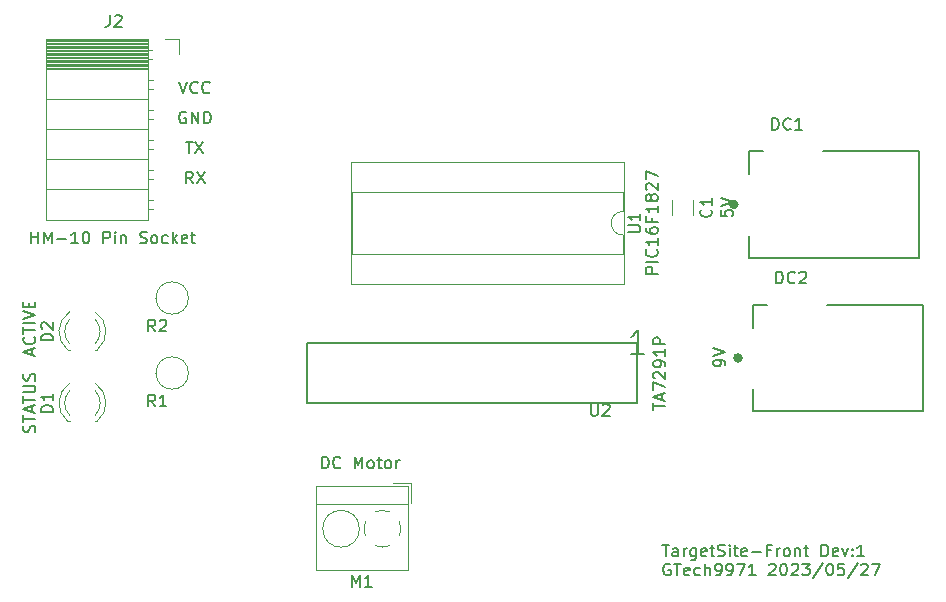
<source format=gto>
G04 #@! TF.GenerationSoftware,KiCad,Pcbnew,(6.0.11-0)*
G04 #@! TF.CreationDate,2023-05-27T08:55:42+09:00*
G04 #@! TF.ProjectId,TargetSite-Truck,54617267-6574-4536-9974-652d54727563,1*
G04 #@! TF.SameCoordinates,Original*
G04 #@! TF.FileFunction,Legend,Top*
G04 #@! TF.FilePolarity,Positive*
%FSLAX46Y46*%
G04 Gerber Fmt 4.6, Leading zero omitted, Abs format (unit mm)*
G04 Created by KiCad (PCBNEW (6.0.11-0)) date 2023-05-27 08:55:42*
%MOMM*%
%LPD*%
G01*
G04 APERTURE LIST*
%ADD10C,0.150000*%
%ADD11C,0.120000*%
%ADD12C,0.127000*%
%ADD13C,0.400000*%
G04 APERTURE END LIST*
D10*
X145708333Y-94892380D02*
X145375000Y-94416190D01*
X145136904Y-94892380D02*
X145136904Y-93892380D01*
X145517857Y-93892380D01*
X145613095Y-93940000D01*
X145660714Y-93987619D01*
X145708333Y-94082857D01*
X145708333Y-94225714D01*
X145660714Y-94320952D01*
X145613095Y-94368571D01*
X145517857Y-94416190D01*
X145136904Y-94416190D01*
X146041666Y-93892380D02*
X146708333Y-94892380D01*
X146708333Y-93892380D02*
X146041666Y-94892380D01*
X190777380Y-110299047D02*
X190777380Y-110108571D01*
X190729761Y-110013333D01*
X190682142Y-109965714D01*
X190539285Y-109870476D01*
X190348809Y-109822857D01*
X189967857Y-109822857D01*
X189872619Y-109870476D01*
X189825000Y-109918095D01*
X189777380Y-110013333D01*
X189777380Y-110203809D01*
X189825000Y-110299047D01*
X189872619Y-110346666D01*
X189967857Y-110394285D01*
X190205952Y-110394285D01*
X190301190Y-110346666D01*
X190348809Y-110299047D01*
X190396428Y-110203809D01*
X190396428Y-110013333D01*
X190348809Y-109918095D01*
X190301190Y-109870476D01*
X190205952Y-109822857D01*
X189777380Y-109537142D02*
X190777380Y-109203809D01*
X189777380Y-108870476D01*
X145113095Y-88860000D02*
X145017857Y-88812380D01*
X144875000Y-88812380D01*
X144732142Y-88860000D01*
X144636904Y-88955238D01*
X144589285Y-89050476D01*
X144541666Y-89240952D01*
X144541666Y-89383809D01*
X144589285Y-89574285D01*
X144636904Y-89669523D01*
X144732142Y-89764761D01*
X144875000Y-89812380D01*
X144970238Y-89812380D01*
X145113095Y-89764761D01*
X145160714Y-89717142D01*
X145160714Y-89383809D01*
X144970238Y-89383809D01*
X145589285Y-89812380D02*
X145589285Y-88812380D01*
X146160714Y-89812380D01*
X146160714Y-88812380D01*
X146636904Y-89812380D02*
X146636904Y-88812380D01*
X146875000Y-88812380D01*
X147017857Y-88860000D01*
X147113095Y-88955238D01*
X147160714Y-89050476D01*
X147208333Y-89240952D01*
X147208333Y-89383809D01*
X147160714Y-89574285D01*
X147113095Y-89669523D01*
X147017857Y-89764761D01*
X146875000Y-89812380D01*
X146636904Y-89812380D01*
X185062380Y-102535714D02*
X184062380Y-102535714D01*
X184062380Y-102154761D01*
X184110000Y-102059523D01*
X184157619Y-102011904D01*
X184252857Y-101964285D01*
X184395714Y-101964285D01*
X184490952Y-102011904D01*
X184538571Y-102059523D01*
X184586190Y-102154761D01*
X184586190Y-102535714D01*
X185062380Y-101535714D02*
X184062380Y-101535714D01*
X184967142Y-100488095D02*
X185014761Y-100535714D01*
X185062380Y-100678571D01*
X185062380Y-100773809D01*
X185014761Y-100916666D01*
X184919523Y-101011904D01*
X184824285Y-101059523D01*
X184633809Y-101107142D01*
X184490952Y-101107142D01*
X184300476Y-101059523D01*
X184205238Y-101011904D01*
X184110000Y-100916666D01*
X184062380Y-100773809D01*
X184062380Y-100678571D01*
X184110000Y-100535714D01*
X184157619Y-100488095D01*
X185062380Y-99535714D02*
X185062380Y-100107142D01*
X185062380Y-99821428D02*
X184062380Y-99821428D01*
X184205238Y-99916666D01*
X184300476Y-100011904D01*
X184348095Y-100107142D01*
X184062380Y-98678571D02*
X184062380Y-98869047D01*
X184110000Y-98964285D01*
X184157619Y-99011904D01*
X184300476Y-99107142D01*
X184490952Y-99154761D01*
X184871904Y-99154761D01*
X184967142Y-99107142D01*
X185014761Y-99059523D01*
X185062380Y-98964285D01*
X185062380Y-98773809D01*
X185014761Y-98678571D01*
X184967142Y-98630952D01*
X184871904Y-98583333D01*
X184633809Y-98583333D01*
X184538571Y-98630952D01*
X184490952Y-98678571D01*
X184443333Y-98773809D01*
X184443333Y-98964285D01*
X184490952Y-99059523D01*
X184538571Y-99107142D01*
X184633809Y-99154761D01*
X184538571Y-97821428D02*
X184538571Y-98154761D01*
X185062380Y-98154761D02*
X184062380Y-98154761D01*
X184062380Y-97678571D01*
X185062380Y-96773809D02*
X185062380Y-97345238D01*
X185062380Y-97059523D02*
X184062380Y-97059523D01*
X184205238Y-97154761D01*
X184300476Y-97250000D01*
X184348095Y-97345238D01*
X184490952Y-96202380D02*
X184443333Y-96297619D01*
X184395714Y-96345238D01*
X184300476Y-96392857D01*
X184252857Y-96392857D01*
X184157619Y-96345238D01*
X184110000Y-96297619D01*
X184062380Y-96202380D01*
X184062380Y-96011904D01*
X184110000Y-95916666D01*
X184157619Y-95869047D01*
X184252857Y-95821428D01*
X184300476Y-95821428D01*
X184395714Y-95869047D01*
X184443333Y-95916666D01*
X184490952Y-96011904D01*
X184490952Y-96202380D01*
X184538571Y-96297619D01*
X184586190Y-96345238D01*
X184681428Y-96392857D01*
X184871904Y-96392857D01*
X184967142Y-96345238D01*
X185014761Y-96297619D01*
X185062380Y-96202380D01*
X185062380Y-96011904D01*
X185014761Y-95916666D01*
X184967142Y-95869047D01*
X184871904Y-95821428D01*
X184681428Y-95821428D01*
X184586190Y-95869047D01*
X184538571Y-95916666D01*
X184490952Y-96011904D01*
X184157619Y-95440476D02*
X184110000Y-95392857D01*
X184062380Y-95297619D01*
X184062380Y-95059523D01*
X184110000Y-94964285D01*
X184157619Y-94916666D01*
X184252857Y-94869047D01*
X184348095Y-94869047D01*
X184490952Y-94916666D01*
X185062380Y-95488095D01*
X185062380Y-94869047D01*
X184062380Y-94535714D02*
X184062380Y-93869047D01*
X185062380Y-94297619D01*
X185437738Y-125472380D02*
X186009166Y-125472380D01*
X185723452Y-126472380D02*
X185723452Y-125472380D01*
X186771071Y-126472380D02*
X186771071Y-125948571D01*
X186723452Y-125853333D01*
X186628214Y-125805714D01*
X186437738Y-125805714D01*
X186342500Y-125853333D01*
X186771071Y-126424761D02*
X186675833Y-126472380D01*
X186437738Y-126472380D01*
X186342500Y-126424761D01*
X186294880Y-126329523D01*
X186294880Y-126234285D01*
X186342500Y-126139047D01*
X186437738Y-126091428D01*
X186675833Y-126091428D01*
X186771071Y-126043809D01*
X187247261Y-126472380D02*
X187247261Y-125805714D01*
X187247261Y-125996190D02*
X187294880Y-125900952D01*
X187342500Y-125853333D01*
X187437738Y-125805714D01*
X187532976Y-125805714D01*
X188294880Y-125805714D02*
X188294880Y-126615238D01*
X188247261Y-126710476D01*
X188199642Y-126758095D01*
X188104404Y-126805714D01*
X187961547Y-126805714D01*
X187866309Y-126758095D01*
X188294880Y-126424761D02*
X188199642Y-126472380D01*
X188009166Y-126472380D01*
X187913928Y-126424761D01*
X187866309Y-126377142D01*
X187818690Y-126281904D01*
X187818690Y-125996190D01*
X187866309Y-125900952D01*
X187913928Y-125853333D01*
X188009166Y-125805714D01*
X188199642Y-125805714D01*
X188294880Y-125853333D01*
X189152023Y-126424761D02*
X189056785Y-126472380D01*
X188866309Y-126472380D01*
X188771071Y-126424761D01*
X188723452Y-126329523D01*
X188723452Y-125948571D01*
X188771071Y-125853333D01*
X188866309Y-125805714D01*
X189056785Y-125805714D01*
X189152023Y-125853333D01*
X189199642Y-125948571D01*
X189199642Y-126043809D01*
X188723452Y-126139047D01*
X189485357Y-125805714D02*
X189866309Y-125805714D01*
X189628214Y-125472380D02*
X189628214Y-126329523D01*
X189675833Y-126424761D01*
X189771071Y-126472380D01*
X189866309Y-126472380D01*
X190152023Y-126424761D02*
X190294880Y-126472380D01*
X190532976Y-126472380D01*
X190628214Y-126424761D01*
X190675833Y-126377142D01*
X190723452Y-126281904D01*
X190723452Y-126186666D01*
X190675833Y-126091428D01*
X190628214Y-126043809D01*
X190532976Y-125996190D01*
X190342500Y-125948571D01*
X190247261Y-125900952D01*
X190199642Y-125853333D01*
X190152023Y-125758095D01*
X190152023Y-125662857D01*
X190199642Y-125567619D01*
X190247261Y-125520000D01*
X190342500Y-125472380D01*
X190580595Y-125472380D01*
X190723452Y-125520000D01*
X191152023Y-126472380D02*
X191152023Y-125805714D01*
X191152023Y-125472380D02*
X191104404Y-125520000D01*
X191152023Y-125567619D01*
X191199642Y-125520000D01*
X191152023Y-125472380D01*
X191152023Y-125567619D01*
X191485357Y-125805714D02*
X191866309Y-125805714D01*
X191628214Y-125472380D02*
X191628214Y-126329523D01*
X191675833Y-126424761D01*
X191771071Y-126472380D01*
X191866309Y-126472380D01*
X192580595Y-126424761D02*
X192485357Y-126472380D01*
X192294880Y-126472380D01*
X192199642Y-126424761D01*
X192152023Y-126329523D01*
X192152023Y-125948571D01*
X192199642Y-125853333D01*
X192294880Y-125805714D01*
X192485357Y-125805714D01*
X192580595Y-125853333D01*
X192628214Y-125948571D01*
X192628214Y-126043809D01*
X192152023Y-126139047D01*
X193056785Y-126091428D02*
X193818690Y-126091428D01*
X194628214Y-125948571D02*
X194294880Y-125948571D01*
X194294880Y-126472380D02*
X194294880Y-125472380D01*
X194771071Y-125472380D01*
X195152023Y-126472380D02*
X195152023Y-125805714D01*
X195152023Y-125996190D02*
X195199642Y-125900952D01*
X195247261Y-125853333D01*
X195342500Y-125805714D01*
X195437738Y-125805714D01*
X195913928Y-126472380D02*
X195818690Y-126424761D01*
X195771071Y-126377142D01*
X195723452Y-126281904D01*
X195723452Y-125996190D01*
X195771071Y-125900952D01*
X195818690Y-125853333D01*
X195913928Y-125805714D01*
X196056785Y-125805714D01*
X196152023Y-125853333D01*
X196199642Y-125900952D01*
X196247261Y-125996190D01*
X196247261Y-126281904D01*
X196199642Y-126377142D01*
X196152023Y-126424761D01*
X196056785Y-126472380D01*
X195913928Y-126472380D01*
X196675833Y-125805714D02*
X196675833Y-126472380D01*
X196675833Y-125900952D02*
X196723452Y-125853333D01*
X196818690Y-125805714D01*
X196961547Y-125805714D01*
X197056785Y-125853333D01*
X197104404Y-125948571D01*
X197104404Y-126472380D01*
X197437738Y-125805714D02*
X197818690Y-125805714D01*
X197580595Y-125472380D02*
X197580595Y-126329523D01*
X197628214Y-126424761D01*
X197723452Y-126472380D01*
X197818690Y-126472380D01*
X198913928Y-126472380D02*
X198913928Y-125472380D01*
X199152023Y-125472380D01*
X199294880Y-125520000D01*
X199390119Y-125615238D01*
X199437738Y-125710476D01*
X199485357Y-125900952D01*
X199485357Y-126043809D01*
X199437738Y-126234285D01*
X199390119Y-126329523D01*
X199294880Y-126424761D01*
X199152023Y-126472380D01*
X198913928Y-126472380D01*
X200294880Y-126424761D02*
X200199642Y-126472380D01*
X200009166Y-126472380D01*
X199913928Y-126424761D01*
X199866309Y-126329523D01*
X199866309Y-125948571D01*
X199913928Y-125853333D01*
X200009166Y-125805714D01*
X200199642Y-125805714D01*
X200294880Y-125853333D01*
X200342500Y-125948571D01*
X200342500Y-126043809D01*
X199866309Y-126139047D01*
X200675833Y-125805714D02*
X200913928Y-126472380D01*
X201152023Y-125805714D01*
X201532976Y-126377142D02*
X201580595Y-126424761D01*
X201532976Y-126472380D01*
X201485357Y-126424761D01*
X201532976Y-126377142D01*
X201532976Y-126472380D01*
X201532976Y-125853333D02*
X201580595Y-125900952D01*
X201532976Y-125948571D01*
X201485357Y-125900952D01*
X201532976Y-125853333D01*
X201532976Y-125948571D01*
X202532976Y-126472380D02*
X201961547Y-126472380D01*
X202247261Y-126472380D02*
X202247261Y-125472380D01*
X202152023Y-125615238D01*
X202056785Y-125710476D01*
X201961547Y-125758095D01*
X186104404Y-127130000D02*
X186009166Y-127082380D01*
X185866309Y-127082380D01*
X185723452Y-127130000D01*
X185628214Y-127225238D01*
X185580595Y-127320476D01*
X185532976Y-127510952D01*
X185532976Y-127653809D01*
X185580595Y-127844285D01*
X185628214Y-127939523D01*
X185723452Y-128034761D01*
X185866309Y-128082380D01*
X185961547Y-128082380D01*
X186104404Y-128034761D01*
X186152023Y-127987142D01*
X186152023Y-127653809D01*
X185961547Y-127653809D01*
X186437738Y-127082380D02*
X187009166Y-127082380D01*
X186723452Y-128082380D02*
X186723452Y-127082380D01*
X187723452Y-128034761D02*
X187628214Y-128082380D01*
X187437738Y-128082380D01*
X187342500Y-128034761D01*
X187294880Y-127939523D01*
X187294880Y-127558571D01*
X187342500Y-127463333D01*
X187437738Y-127415714D01*
X187628214Y-127415714D01*
X187723452Y-127463333D01*
X187771071Y-127558571D01*
X187771071Y-127653809D01*
X187294880Y-127749047D01*
X188628214Y-128034761D02*
X188532976Y-128082380D01*
X188342500Y-128082380D01*
X188247261Y-128034761D01*
X188199642Y-127987142D01*
X188152023Y-127891904D01*
X188152023Y-127606190D01*
X188199642Y-127510952D01*
X188247261Y-127463333D01*
X188342500Y-127415714D01*
X188532976Y-127415714D01*
X188628214Y-127463333D01*
X189056785Y-128082380D02*
X189056785Y-127082380D01*
X189485357Y-128082380D02*
X189485357Y-127558571D01*
X189437738Y-127463333D01*
X189342500Y-127415714D01*
X189199642Y-127415714D01*
X189104404Y-127463333D01*
X189056785Y-127510952D01*
X190009166Y-128082380D02*
X190199642Y-128082380D01*
X190294880Y-128034761D01*
X190342500Y-127987142D01*
X190437738Y-127844285D01*
X190485357Y-127653809D01*
X190485357Y-127272857D01*
X190437738Y-127177619D01*
X190390119Y-127130000D01*
X190294880Y-127082380D01*
X190104404Y-127082380D01*
X190009166Y-127130000D01*
X189961547Y-127177619D01*
X189913928Y-127272857D01*
X189913928Y-127510952D01*
X189961547Y-127606190D01*
X190009166Y-127653809D01*
X190104404Y-127701428D01*
X190294880Y-127701428D01*
X190390119Y-127653809D01*
X190437738Y-127606190D01*
X190485357Y-127510952D01*
X190961547Y-128082380D02*
X191152023Y-128082380D01*
X191247261Y-128034761D01*
X191294880Y-127987142D01*
X191390119Y-127844285D01*
X191437738Y-127653809D01*
X191437738Y-127272857D01*
X191390119Y-127177619D01*
X191342500Y-127130000D01*
X191247261Y-127082380D01*
X191056785Y-127082380D01*
X190961547Y-127130000D01*
X190913928Y-127177619D01*
X190866309Y-127272857D01*
X190866309Y-127510952D01*
X190913928Y-127606190D01*
X190961547Y-127653809D01*
X191056785Y-127701428D01*
X191247261Y-127701428D01*
X191342500Y-127653809D01*
X191390119Y-127606190D01*
X191437738Y-127510952D01*
X191771071Y-127082380D02*
X192437738Y-127082380D01*
X192009166Y-128082380D01*
X193342500Y-128082380D02*
X192771071Y-128082380D01*
X193056785Y-128082380D02*
X193056785Y-127082380D01*
X192961547Y-127225238D01*
X192866309Y-127320476D01*
X192771071Y-127368095D01*
X194485357Y-127177619D02*
X194532976Y-127130000D01*
X194628214Y-127082380D01*
X194866309Y-127082380D01*
X194961547Y-127130000D01*
X195009166Y-127177619D01*
X195056785Y-127272857D01*
X195056785Y-127368095D01*
X195009166Y-127510952D01*
X194437738Y-128082380D01*
X195056785Y-128082380D01*
X195675833Y-127082380D02*
X195771071Y-127082380D01*
X195866309Y-127130000D01*
X195913928Y-127177619D01*
X195961547Y-127272857D01*
X196009166Y-127463333D01*
X196009166Y-127701428D01*
X195961547Y-127891904D01*
X195913928Y-127987142D01*
X195866309Y-128034761D01*
X195771071Y-128082380D01*
X195675833Y-128082380D01*
X195580595Y-128034761D01*
X195532976Y-127987142D01*
X195485357Y-127891904D01*
X195437738Y-127701428D01*
X195437738Y-127463333D01*
X195485357Y-127272857D01*
X195532976Y-127177619D01*
X195580595Y-127130000D01*
X195675833Y-127082380D01*
X196390119Y-127177619D02*
X196437738Y-127130000D01*
X196532976Y-127082380D01*
X196771071Y-127082380D01*
X196866309Y-127130000D01*
X196913928Y-127177619D01*
X196961547Y-127272857D01*
X196961547Y-127368095D01*
X196913928Y-127510952D01*
X196342500Y-128082380D01*
X196961547Y-128082380D01*
X197294880Y-127082380D02*
X197913928Y-127082380D01*
X197580595Y-127463333D01*
X197723452Y-127463333D01*
X197818690Y-127510952D01*
X197866309Y-127558571D01*
X197913928Y-127653809D01*
X197913928Y-127891904D01*
X197866309Y-127987142D01*
X197818690Y-128034761D01*
X197723452Y-128082380D01*
X197437738Y-128082380D01*
X197342500Y-128034761D01*
X197294880Y-127987142D01*
X199056785Y-127034761D02*
X198199642Y-128320476D01*
X199580595Y-127082380D02*
X199675833Y-127082380D01*
X199771071Y-127130000D01*
X199818690Y-127177619D01*
X199866309Y-127272857D01*
X199913928Y-127463333D01*
X199913928Y-127701428D01*
X199866309Y-127891904D01*
X199818690Y-127987142D01*
X199771071Y-128034761D01*
X199675833Y-128082380D01*
X199580595Y-128082380D01*
X199485357Y-128034761D01*
X199437738Y-127987142D01*
X199390119Y-127891904D01*
X199342500Y-127701428D01*
X199342500Y-127463333D01*
X199390119Y-127272857D01*
X199437738Y-127177619D01*
X199485357Y-127130000D01*
X199580595Y-127082380D01*
X200818690Y-127082380D02*
X200342500Y-127082380D01*
X200294880Y-127558571D01*
X200342500Y-127510952D01*
X200437738Y-127463333D01*
X200675833Y-127463333D01*
X200771071Y-127510952D01*
X200818690Y-127558571D01*
X200866309Y-127653809D01*
X200866309Y-127891904D01*
X200818690Y-127987142D01*
X200771071Y-128034761D01*
X200675833Y-128082380D01*
X200437738Y-128082380D01*
X200342500Y-128034761D01*
X200294880Y-127987142D01*
X202009166Y-127034761D02*
X201152023Y-128320476D01*
X202294880Y-127177619D02*
X202342500Y-127130000D01*
X202437738Y-127082380D01*
X202675833Y-127082380D01*
X202771071Y-127130000D01*
X202818690Y-127177619D01*
X202866309Y-127272857D01*
X202866309Y-127368095D01*
X202818690Y-127510952D01*
X202247261Y-128082380D01*
X202866309Y-128082380D01*
X203199642Y-127082380D02*
X203866309Y-127082380D01*
X203437738Y-128082380D01*
X144541666Y-86272380D02*
X144875000Y-87272380D01*
X145208333Y-86272380D01*
X146113095Y-87177142D02*
X146065476Y-87224761D01*
X145922619Y-87272380D01*
X145827380Y-87272380D01*
X145684523Y-87224761D01*
X145589285Y-87129523D01*
X145541666Y-87034285D01*
X145494047Y-86843809D01*
X145494047Y-86700952D01*
X145541666Y-86510476D01*
X145589285Y-86415238D01*
X145684523Y-86320000D01*
X145827380Y-86272380D01*
X145922619Y-86272380D01*
X146065476Y-86320000D01*
X146113095Y-86367619D01*
X147113095Y-87177142D02*
X147065476Y-87224761D01*
X146922619Y-87272380D01*
X146827380Y-87272380D01*
X146684523Y-87224761D01*
X146589285Y-87129523D01*
X146541666Y-87034285D01*
X146494047Y-86843809D01*
X146494047Y-86700952D01*
X146541666Y-86510476D01*
X146589285Y-86415238D01*
X146684523Y-86320000D01*
X146827380Y-86272380D01*
X146922619Y-86272380D01*
X147065476Y-86320000D01*
X147113095Y-86367619D01*
X184697380Y-114069047D02*
X184697380Y-113497619D01*
X185697380Y-113783333D02*
X184697380Y-113783333D01*
X185411666Y-113211904D02*
X185411666Y-112735714D01*
X185697380Y-113307142D02*
X184697380Y-112973809D01*
X185697380Y-112640476D01*
X184697380Y-112402380D02*
X184697380Y-111735714D01*
X185697380Y-112164285D01*
X184792619Y-111402380D02*
X184745000Y-111354761D01*
X184697380Y-111259523D01*
X184697380Y-111021428D01*
X184745000Y-110926190D01*
X184792619Y-110878571D01*
X184887857Y-110830952D01*
X184983095Y-110830952D01*
X185125952Y-110878571D01*
X185697380Y-111450000D01*
X185697380Y-110830952D01*
X185697380Y-110354761D02*
X185697380Y-110164285D01*
X185649761Y-110069047D01*
X185602142Y-110021428D01*
X185459285Y-109926190D01*
X185268809Y-109878571D01*
X184887857Y-109878571D01*
X184792619Y-109926190D01*
X184745000Y-109973809D01*
X184697380Y-110069047D01*
X184697380Y-110259523D01*
X184745000Y-110354761D01*
X184792619Y-110402380D01*
X184887857Y-110450000D01*
X185125952Y-110450000D01*
X185221190Y-110402380D01*
X185268809Y-110354761D01*
X185316428Y-110259523D01*
X185316428Y-110069047D01*
X185268809Y-109973809D01*
X185221190Y-109926190D01*
X185125952Y-109878571D01*
X185697380Y-108926190D02*
X185697380Y-109497619D01*
X185697380Y-109211904D02*
X184697380Y-109211904D01*
X184840238Y-109307142D01*
X184935476Y-109402380D01*
X184983095Y-109497619D01*
X185697380Y-108497619D02*
X184697380Y-108497619D01*
X184697380Y-108116666D01*
X184745000Y-108021428D01*
X184792619Y-107973809D01*
X184887857Y-107926190D01*
X185030714Y-107926190D01*
X185125952Y-107973809D01*
X185173571Y-108021428D01*
X185221190Y-108116666D01*
X185221190Y-108497619D01*
X132071666Y-109378095D02*
X132071666Y-108901904D01*
X132357380Y-109473333D02*
X131357380Y-109140000D01*
X132357380Y-108806666D01*
X132262142Y-107901904D02*
X132309761Y-107949523D01*
X132357380Y-108092380D01*
X132357380Y-108187619D01*
X132309761Y-108330476D01*
X132214523Y-108425714D01*
X132119285Y-108473333D01*
X131928809Y-108520952D01*
X131785952Y-108520952D01*
X131595476Y-108473333D01*
X131500238Y-108425714D01*
X131405000Y-108330476D01*
X131357380Y-108187619D01*
X131357380Y-108092380D01*
X131405000Y-107949523D01*
X131452619Y-107901904D01*
X131357380Y-107616190D02*
X131357380Y-107044761D01*
X132357380Y-107330476D02*
X131357380Y-107330476D01*
X132357380Y-106711428D02*
X131357380Y-106711428D01*
X131357380Y-106378095D02*
X132357380Y-106044761D01*
X131357380Y-105711428D01*
X131833571Y-105378095D02*
X131833571Y-105044761D01*
X132357380Y-104901904D02*
X132357380Y-105378095D01*
X131357380Y-105378095D01*
X131357380Y-104901904D01*
X132309761Y-115966190D02*
X132357380Y-115823333D01*
X132357380Y-115585238D01*
X132309761Y-115490000D01*
X132262142Y-115442380D01*
X132166904Y-115394761D01*
X132071666Y-115394761D01*
X131976428Y-115442380D01*
X131928809Y-115490000D01*
X131881190Y-115585238D01*
X131833571Y-115775714D01*
X131785952Y-115870952D01*
X131738333Y-115918571D01*
X131643095Y-115966190D01*
X131547857Y-115966190D01*
X131452619Y-115918571D01*
X131405000Y-115870952D01*
X131357380Y-115775714D01*
X131357380Y-115537619D01*
X131405000Y-115394761D01*
X131357380Y-115109047D02*
X131357380Y-114537619D01*
X132357380Y-114823333D02*
X131357380Y-114823333D01*
X132071666Y-114251904D02*
X132071666Y-113775714D01*
X132357380Y-114347142D02*
X131357380Y-114013809D01*
X132357380Y-113680476D01*
X131357380Y-113490000D02*
X131357380Y-112918571D01*
X132357380Y-113204285D02*
X131357380Y-113204285D01*
X131357380Y-112585238D02*
X132166904Y-112585238D01*
X132262142Y-112537619D01*
X132309761Y-112490000D01*
X132357380Y-112394761D01*
X132357380Y-112204285D01*
X132309761Y-112109047D01*
X132262142Y-112061428D01*
X132166904Y-112013809D01*
X131357380Y-112013809D01*
X132309761Y-111585238D02*
X132357380Y-111442380D01*
X132357380Y-111204285D01*
X132309761Y-111109047D01*
X132262142Y-111061428D01*
X132166904Y-111013809D01*
X132071666Y-111013809D01*
X131976428Y-111061428D01*
X131928809Y-111109047D01*
X131881190Y-111204285D01*
X131833571Y-111394761D01*
X131785952Y-111490000D01*
X131738333Y-111537619D01*
X131643095Y-111585238D01*
X131547857Y-111585238D01*
X131452619Y-111537619D01*
X131405000Y-111490000D01*
X131357380Y-111394761D01*
X131357380Y-111156666D01*
X131405000Y-111013809D01*
X156630714Y-119022380D02*
X156630714Y-118022380D01*
X156868809Y-118022380D01*
X157011666Y-118070000D01*
X157106904Y-118165238D01*
X157154523Y-118260476D01*
X157202142Y-118450952D01*
X157202142Y-118593809D01*
X157154523Y-118784285D01*
X157106904Y-118879523D01*
X157011666Y-118974761D01*
X156868809Y-119022380D01*
X156630714Y-119022380D01*
X158202142Y-118927142D02*
X158154523Y-118974761D01*
X158011666Y-119022380D01*
X157916428Y-119022380D01*
X157773571Y-118974761D01*
X157678333Y-118879523D01*
X157630714Y-118784285D01*
X157583095Y-118593809D01*
X157583095Y-118450952D01*
X157630714Y-118260476D01*
X157678333Y-118165238D01*
X157773571Y-118070000D01*
X157916428Y-118022380D01*
X158011666Y-118022380D01*
X158154523Y-118070000D01*
X158202142Y-118117619D01*
X159392619Y-119022380D02*
X159392619Y-118022380D01*
X159725952Y-118736666D01*
X160059285Y-118022380D01*
X160059285Y-119022380D01*
X160678333Y-119022380D02*
X160583095Y-118974761D01*
X160535476Y-118927142D01*
X160487857Y-118831904D01*
X160487857Y-118546190D01*
X160535476Y-118450952D01*
X160583095Y-118403333D01*
X160678333Y-118355714D01*
X160821190Y-118355714D01*
X160916428Y-118403333D01*
X160964047Y-118450952D01*
X161011666Y-118546190D01*
X161011666Y-118831904D01*
X160964047Y-118927142D01*
X160916428Y-118974761D01*
X160821190Y-119022380D01*
X160678333Y-119022380D01*
X161297380Y-118355714D02*
X161678333Y-118355714D01*
X161440238Y-118022380D02*
X161440238Y-118879523D01*
X161487857Y-118974761D01*
X161583095Y-119022380D01*
X161678333Y-119022380D01*
X162154523Y-119022380D02*
X162059285Y-118974761D01*
X162011666Y-118927142D01*
X161964047Y-118831904D01*
X161964047Y-118546190D01*
X162011666Y-118450952D01*
X162059285Y-118403333D01*
X162154523Y-118355714D01*
X162297380Y-118355714D01*
X162392619Y-118403333D01*
X162440238Y-118450952D01*
X162487857Y-118546190D01*
X162487857Y-118831904D01*
X162440238Y-118927142D01*
X162392619Y-118974761D01*
X162297380Y-119022380D01*
X162154523Y-119022380D01*
X162916428Y-119022380D02*
X162916428Y-118355714D01*
X162916428Y-118546190D02*
X162964047Y-118450952D01*
X163011666Y-118403333D01*
X163106904Y-118355714D01*
X163202142Y-118355714D01*
X145113095Y-91352380D02*
X145684523Y-91352380D01*
X145398809Y-92352380D02*
X145398809Y-91352380D01*
X145922619Y-91352380D02*
X146589285Y-92352380D01*
X146589285Y-91352380D02*
X145922619Y-92352380D01*
X132032857Y-99972380D02*
X132032857Y-98972380D01*
X132032857Y-99448571D02*
X132604285Y-99448571D01*
X132604285Y-99972380D02*
X132604285Y-98972380D01*
X133080476Y-99972380D02*
X133080476Y-98972380D01*
X133413809Y-99686666D01*
X133747142Y-98972380D01*
X133747142Y-99972380D01*
X134223333Y-99591428D02*
X134985238Y-99591428D01*
X135985238Y-99972380D02*
X135413809Y-99972380D01*
X135699523Y-99972380D02*
X135699523Y-98972380D01*
X135604285Y-99115238D01*
X135509047Y-99210476D01*
X135413809Y-99258095D01*
X136604285Y-98972380D02*
X136699523Y-98972380D01*
X136794761Y-99020000D01*
X136842380Y-99067619D01*
X136890000Y-99162857D01*
X136937619Y-99353333D01*
X136937619Y-99591428D01*
X136890000Y-99781904D01*
X136842380Y-99877142D01*
X136794761Y-99924761D01*
X136699523Y-99972380D01*
X136604285Y-99972380D01*
X136509047Y-99924761D01*
X136461428Y-99877142D01*
X136413809Y-99781904D01*
X136366190Y-99591428D01*
X136366190Y-99353333D01*
X136413809Y-99162857D01*
X136461428Y-99067619D01*
X136509047Y-99020000D01*
X136604285Y-98972380D01*
X138128095Y-99972380D02*
X138128095Y-98972380D01*
X138509047Y-98972380D01*
X138604285Y-99020000D01*
X138651904Y-99067619D01*
X138699523Y-99162857D01*
X138699523Y-99305714D01*
X138651904Y-99400952D01*
X138604285Y-99448571D01*
X138509047Y-99496190D01*
X138128095Y-99496190D01*
X139128095Y-99972380D02*
X139128095Y-99305714D01*
X139128095Y-98972380D02*
X139080476Y-99020000D01*
X139128095Y-99067619D01*
X139175714Y-99020000D01*
X139128095Y-98972380D01*
X139128095Y-99067619D01*
X139604285Y-99305714D02*
X139604285Y-99972380D01*
X139604285Y-99400952D02*
X139651904Y-99353333D01*
X139747142Y-99305714D01*
X139890000Y-99305714D01*
X139985238Y-99353333D01*
X140032857Y-99448571D01*
X140032857Y-99972380D01*
X141223333Y-99924761D02*
X141366190Y-99972380D01*
X141604285Y-99972380D01*
X141699523Y-99924761D01*
X141747142Y-99877142D01*
X141794761Y-99781904D01*
X141794761Y-99686666D01*
X141747142Y-99591428D01*
X141699523Y-99543809D01*
X141604285Y-99496190D01*
X141413809Y-99448571D01*
X141318571Y-99400952D01*
X141270952Y-99353333D01*
X141223333Y-99258095D01*
X141223333Y-99162857D01*
X141270952Y-99067619D01*
X141318571Y-99020000D01*
X141413809Y-98972380D01*
X141651904Y-98972380D01*
X141794761Y-99020000D01*
X142366190Y-99972380D02*
X142270952Y-99924761D01*
X142223333Y-99877142D01*
X142175714Y-99781904D01*
X142175714Y-99496190D01*
X142223333Y-99400952D01*
X142270952Y-99353333D01*
X142366190Y-99305714D01*
X142509047Y-99305714D01*
X142604285Y-99353333D01*
X142651904Y-99400952D01*
X142699523Y-99496190D01*
X142699523Y-99781904D01*
X142651904Y-99877142D01*
X142604285Y-99924761D01*
X142509047Y-99972380D01*
X142366190Y-99972380D01*
X143556666Y-99924761D02*
X143461428Y-99972380D01*
X143270952Y-99972380D01*
X143175714Y-99924761D01*
X143128095Y-99877142D01*
X143080476Y-99781904D01*
X143080476Y-99496190D01*
X143128095Y-99400952D01*
X143175714Y-99353333D01*
X143270952Y-99305714D01*
X143461428Y-99305714D01*
X143556666Y-99353333D01*
X143985238Y-99972380D02*
X143985238Y-98972380D01*
X144080476Y-99591428D02*
X144366190Y-99972380D01*
X144366190Y-99305714D02*
X143985238Y-99686666D01*
X145175714Y-99924761D02*
X145080476Y-99972380D01*
X144890000Y-99972380D01*
X144794761Y-99924761D01*
X144747142Y-99829523D01*
X144747142Y-99448571D01*
X144794761Y-99353333D01*
X144890000Y-99305714D01*
X145080476Y-99305714D01*
X145175714Y-99353333D01*
X145223333Y-99448571D01*
X145223333Y-99543809D01*
X144747142Y-99639047D01*
X145509047Y-99305714D02*
X145890000Y-99305714D01*
X145651904Y-98972380D02*
X145651904Y-99829523D01*
X145699523Y-99924761D01*
X145794761Y-99972380D01*
X145890000Y-99972380D01*
X190412380Y-97170476D02*
X190412380Y-97646666D01*
X190888571Y-97694285D01*
X190840952Y-97646666D01*
X190793333Y-97551428D01*
X190793333Y-97313333D01*
X190840952Y-97218095D01*
X190888571Y-97170476D01*
X190983809Y-97122857D01*
X191221904Y-97122857D01*
X191317142Y-97170476D01*
X191364761Y-97218095D01*
X191412380Y-97313333D01*
X191412380Y-97551428D01*
X191364761Y-97646666D01*
X191317142Y-97694285D01*
X190412380Y-96837142D02*
X191412380Y-96503809D01*
X190412380Y-96170476D01*
X138666666Y-80645230D02*
X138666666Y-81359516D01*
X138619047Y-81502373D01*
X138523809Y-81597611D01*
X138380952Y-81645230D01*
X138285714Y-81645230D01*
X139095238Y-80740469D02*
X139142857Y-80692850D01*
X139238095Y-80645230D01*
X139476190Y-80645230D01*
X139571428Y-80692850D01*
X139619047Y-80740469D01*
X139666666Y-80835707D01*
X139666666Y-80930945D01*
X139619047Y-81073802D01*
X139047619Y-81645230D01*
X139666666Y-81645230D01*
X133842832Y-114228095D02*
X132842832Y-114228095D01*
X132842832Y-113990000D01*
X132890452Y-113847142D01*
X132985690Y-113751904D01*
X133080928Y-113704285D01*
X133271404Y-113656666D01*
X133414261Y-113656666D01*
X133604737Y-113704285D01*
X133699975Y-113751904D01*
X133795213Y-113847142D01*
X133842832Y-113990000D01*
X133842832Y-114228095D01*
X133842832Y-112704285D02*
X133842832Y-113275714D01*
X133842832Y-112990000D02*
X132842832Y-112990000D01*
X132985690Y-113085238D01*
X133080928Y-113180476D01*
X133128547Y-113275714D01*
X142513333Y-113772380D02*
X142180000Y-113296190D01*
X141941904Y-113772380D02*
X141941904Y-112772380D01*
X142322857Y-112772380D01*
X142418095Y-112820000D01*
X142465714Y-112867619D01*
X142513333Y-112962857D01*
X142513333Y-113105714D01*
X142465714Y-113200952D01*
X142418095Y-113248571D01*
X142322857Y-113296190D01*
X141941904Y-113296190D01*
X143465714Y-113772380D02*
X142894285Y-113772380D01*
X143180000Y-113772380D02*
X143180000Y-112772380D01*
X143084761Y-112915238D01*
X142989523Y-113010476D01*
X142894285Y-113058095D01*
X194746964Y-90362082D02*
X194746964Y-89362035D01*
X194985071Y-89362035D01*
X195127934Y-89409656D01*
X195223177Y-89504899D01*
X195270798Y-89600141D01*
X195318420Y-89790626D01*
X195318420Y-89933490D01*
X195270798Y-90123975D01*
X195223177Y-90219218D01*
X195127934Y-90314460D01*
X194985071Y-90362082D01*
X194746964Y-90362082D01*
X196318467Y-90266839D02*
X196270845Y-90314460D01*
X196127981Y-90362082D01*
X196032739Y-90362082D01*
X195889875Y-90314460D01*
X195794632Y-90219218D01*
X195747011Y-90123975D01*
X195699390Y-89933490D01*
X195699390Y-89790626D01*
X195747011Y-89600141D01*
X195794632Y-89504899D01*
X195889875Y-89409656D01*
X196032739Y-89362035D01*
X196127981Y-89362035D01*
X196270845Y-89409656D01*
X196318467Y-89457277D01*
X197270892Y-90362082D02*
X196699437Y-90362082D01*
X196985165Y-90362082D02*
X196985165Y-89362035D01*
X196889922Y-89504899D01*
X196794679Y-89600141D01*
X196699437Y-89647762D01*
X159190476Y-129046850D02*
X159190476Y-128046850D01*
X159523809Y-128761136D01*
X159857142Y-128046850D01*
X159857142Y-129046850D01*
X160857142Y-129046850D02*
X160285714Y-129046850D01*
X160571428Y-129046850D02*
X160571428Y-128046850D01*
X160476190Y-128189708D01*
X160380952Y-128284946D01*
X160285714Y-128332565D01*
X179406586Y-113578197D02*
X179406586Y-114387970D01*
X179454220Y-114483237D01*
X179501853Y-114530871D01*
X179597121Y-114578504D01*
X179787655Y-114578504D01*
X179882923Y-114530871D01*
X179930556Y-114483237D01*
X179978190Y-114387970D01*
X179978190Y-113578197D01*
X180406893Y-113673465D02*
X180454527Y-113625831D01*
X180549794Y-113578197D01*
X180787962Y-113578197D01*
X180883230Y-113625831D01*
X180930863Y-113673465D01*
X180978497Y-113768732D01*
X180978497Y-113863999D01*
X180930863Y-114006900D01*
X180359259Y-114578504D01*
X180978497Y-114578504D01*
X183924812Y-109313377D02*
X182780987Y-109313377D01*
X183352900Y-109313377D02*
X183352900Y-107311684D01*
X183162262Y-107597640D01*
X182971625Y-107788278D01*
X182780987Y-107883597D01*
X195096964Y-103362082D02*
X195096964Y-102362035D01*
X195335071Y-102362035D01*
X195477934Y-102409656D01*
X195573177Y-102504899D01*
X195620798Y-102600141D01*
X195668420Y-102790626D01*
X195668420Y-102933490D01*
X195620798Y-103123975D01*
X195573177Y-103219218D01*
X195477934Y-103314460D01*
X195335071Y-103362082D01*
X195096964Y-103362082D01*
X196668467Y-103266839D02*
X196620845Y-103314460D01*
X196477981Y-103362082D01*
X196382739Y-103362082D01*
X196239875Y-103314460D01*
X196144632Y-103219218D01*
X196097011Y-103123975D01*
X196049390Y-102933490D01*
X196049390Y-102790626D01*
X196097011Y-102600141D01*
X196144632Y-102504899D01*
X196239875Y-102409656D01*
X196382739Y-102362035D01*
X196477981Y-102362035D01*
X196620845Y-102409656D01*
X196668467Y-102457277D01*
X197049437Y-102457277D02*
X197097058Y-102409656D01*
X197192301Y-102362035D01*
X197430407Y-102362035D01*
X197525650Y-102409656D01*
X197573271Y-102457277D01*
X197620892Y-102552520D01*
X197620892Y-102647762D01*
X197573271Y-102790626D01*
X197001816Y-103362082D01*
X197620892Y-103362082D01*
X133842832Y-108178095D02*
X132842832Y-108178095D01*
X132842832Y-107940000D01*
X132890452Y-107797142D01*
X132985690Y-107701904D01*
X133080928Y-107654285D01*
X133271404Y-107606666D01*
X133414261Y-107606666D01*
X133604737Y-107654285D01*
X133699975Y-107701904D01*
X133795213Y-107797142D01*
X133842832Y-107940000D01*
X133842832Y-108178095D01*
X132938071Y-107225714D02*
X132890452Y-107178095D01*
X132842832Y-107082857D01*
X132842832Y-106844761D01*
X132890452Y-106749523D01*
X132938071Y-106701904D01*
X133033309Y-106654285D01*
X133128547Y-106654285D01*
X133271404Y-106701904D01*
X133842832Y-107273333D01*
X133842832Y-106654285D01*
X189557142Y-97116666D02*
X189604761Y-97164285D01*
X189652380Y-97307142D01*
X189652380Y-97402380D01*
X189604761Y-97545238D01*
X189509523Y-97640476D01*
X189414285Y-97688095D01*
X189223809Y-97735714D01*
X189080952Y-97735714D01*
X188890476Y-97688095D01*
X188795238Y-97640476D01*
X188700000Y-97545238D01*
X188652380Y-97402380D01*
X188652380Y-97307142D01*
X188700000Y-97164285D01*
X188747619Y-97116666D01*
X189652380Y-96164285D02*
X189652380Y-96735714D01*
X189652380Y-96450000D02*
X188652380Y-96450000D01*
X188795238Y-96545238D01*
X188890476Y-96640476D01*
X188938095Y-96735714D01*
X142513333Y-107422380D02*
X142180000Y-106946190D01*
X141941904Y-107422380D02*
X141941904Y-106422380D01*
X142322857Y-106422380D01*
X142418095Y-106470000D01*
X142465714Y-106517619D01*
X142513333Y-106612857D01*
X142513333Y-106755714D01*
X142465714Y-106850952D01*
X142418095Y-106898571D01*
X142322857Y-106946190D01*
X141941904Y-106946190D01*
X142894285Y-106517619D02*
X142941904Y-106470000D01*
X143037142Y-106422380D01*
X143275238Y-106422380D01*
X143370476Y-106470000D01*
X143418095Y-106517619D01*
X143465714Y-106612857D01*
X143465714Y-106708095D01*
X143418095Y-106850952D01*
X142846666Y-107422380D01*
X143465714Y-107422380D01*
X182582380Y-99021904D02*
X183391904Y-99021904D01*
X183487142Y-98974285D01*
X183534761Y-98926666D01*
X183582380Y-98831428D01*
X183582380Y-98640952D01*
X183534761Y-98545714D01*
X183487142Y-98498095D01*
X183391904Y-98450476D01*
X182582380Y-98450476D01*
X183582380Y-97450476D02*
X183582380Y-98021904D01*
X183582380Y-97736190D02*
X182582380Y-97736190D01*
X182725238Y-97831428D01*
X182820476Y-97926666D01*
X182868095Y-98021904D01*
D11*
X144490000Y-82632850D02*
X144490000Y-83962850D01*
X133290000Y-97992850D02*
X141920000Y-97992850D01*
X133290000Y-84878560D02*
X141920000Y-84878560D01*
X141920000Y-96302850D02*
X142330000Y-96302850D01*
X133290000Y-84169990D02*
X141920000Y-84169990D01*
X133290000Y-83815705D02*
X141920000Y-83815705D01*
X133290000Y-87772850D02*
X141920000Y-87772850D01*
X133290000Y-82632850D02*
X133290000Y-97992850D01*
X133290000Y-82752850D02*
X141920000Y-82752850D01*
X133290000Y-84406180D02*
X141920000Y-84406180D01*
X141920000Y-83602850D02*
X142270000Y-83602850D01*
X133290000Y-84642370D02*
X141920000Y-84642370D01*
X143380000Y-82632850D02*
X144490000Y-82632850D01*
X133290000Y-85114750D02*
X141920000Y-85114750D01*
X141920000Y-89402850D02*
X142330000Y-89402850D01*
X141920000Y-86862850D02*
X142330000Y-86862850D01*
X133290000Y-84288085D02*
X141920000Y-84288085D01*
X141920000Y-91222850D02*
X142330000Y-91222850D01*
X141920000Y-84322850D02*
X142270000Y-84322850D01*
X141920000Y-93762850D02*
X142330000Y-93762850D01*
X133290000Y-92852850D02*
X141920000Y-92852850D01*
X141920000Y-97022850D02*
X142330000Y-97022850D01*
X133290000Y-82989040D02*
X141920000Y-82989040D01*
X133290000Y-83107135D02*
X141920000Y-83107135D01*
X133290000Y-83933800D02*
X141920000Y-83933800D01*
X133290000Y-84996655D02*
X141920000Y-84996655D01*
X133290000Y-83697610D02*
X141920000Y-83697610D01*
X141920000Y-88682850D02*
X142330000Y-88682850D01*
X133290000Y-84051895D02*
X141920000Y-84051895D01*
X133290000Y-83461420D02*
X141920000Y-83461420D01*
X133290000Y-82632850D02*
X141920000Y-82632850D01*
X141920000Y-86142850D02*
X142330000Y-86142850D01*
X141920000Y-91942850D02*
X142330000Y-91942850D01*
X133290000Y-83225230D02*
X141920000Y-83225230D01*
X133290000Y-83579515D02*
X141920000Y-83579515D01*
X133290000Y-84524275D02*
X141920000Y-84524275D01*
X133290000Y-85232850D02*
X141920000Y-85232850D01*
X141920000Y-94482850D02*
X142330000Y-94482850D01*
X133290000Y-90312850D02*
X141920000Y-90312850D01*
X133290000Y-84760465D02*
X141920000Y-84760465D01*
X133290000Y-83343325D02*
X141920000Y-83343325D01*
X141920000Y-82632850D02*
X141920000Y-97992850D01*
X133290000Y-82870945D02*
X141920000Y-82870945D01*
X133290000Y-95392850D02*
X141920000Y-95392850D01*
X135114452Y-115050000D02*
X135270452Y-115050000D01*
X137430452Y-115050000D02*
X137586452Y-115050000D01*
X137430452Y-114530961D02*
G75*
G03*
X137430289Y-112448870I-1080000J1040961D01*
G01*
X135270615Y-112448870D02*
G75*
G03*
X135270452Y-114530961I1079837J-1041130D01*
G01*
X135271844Y-111817665D02*
G75*
G03*
X135114936Y-115050000I1078608J-1672335D01*
G01*
X137585968Y-115050000D02*
G75*
G03*
X137429060Y-111817665I-1235516J1560000D01*
G01*
X142580000Y-110950000D02*
X142510000Y-110950000D01*
X145320000Y-110950000D02*
G75*
G03*
X145320000Y-110950000I-1370000J0D01*
G01*
D12*
X192800000Y-101175000D02*
X192800000Y-99325000D01*
X207200000Y-92175000D02*
X207200000Y-101175000D01*
X199050000Y-92175000D02*
X207200000Y-92175000D01*
X192800000Y-92175000D02*
X193950000Y-92175000D01*
X192800000Y-94125000D02*
X192800000Y-92175000D01*
X207200000Y-101175000D02*
X192800000Y-101175000D01*
D13*
X191700000Y-96675000D02*
G75*
G03*
X191700000Y-96675000I-200000J0D01*
G01*
D11*
X164150000Y-120234470D02*
X162650000Y-120234470D01*
X163910000Y-122034470D02*
X156090000Y-122034470D01*
X163910000Y-127594470D02*
X163910000Y-120474470D01*
X156090000Y-127594470D02*
X156090000Y-120474470D01*
X163910000Y-120474470D02*
X156090000Y-120474470D01*
X163910000Y-127594470D02*
X156090000Y-127594470D01*
X164150000Y-121974470D02*
X164150000Y-120234470D01*
X161750000Y-122579470D02*
G75*
G03*
X161142413Y-122703085I0J-1555000D01*
G01*
X160318000Y-123526470D02*
G75*
G03*
X160317891Y-124742212I1432003J-607999D01*
G01*
X163182000Y-124742470D02*
G75*
G03*
X163182109Y-123526728I-1432000J608000D01*
G01*
X161142000Y-125566470D02*
G75*
G03*
X162357742Y-125566579I608000J1432000D01*
G01*
X162358000Y-122702470D02*
G75*
G03*
X161722989Y-122578977I-607998J-1431988D01*
G01*
X159805000Y-124134470D02*
G75*
G03*
X159805000Y-124134470I-1555000J0D01*
G01*
D12*
X183340000Y-113490000D02*
X183340000Y-108410000D01*
X183340000Y-108410000D02*
X155400000Y-108410000D01*
X155400000Y-113490000D02*
X183340000Y-113490000D01*
X155400000Y-108410000D02*
X155400000Y-113490000D01*
X207550000Y-105175000D02*
X207550000Y-114175000D01*
X207550000Y-114175000D02*
X193150000Y-114175000D01*
X193150000Y-114175000D02*
X193150000Y-112325000D01*
X193150000Y-107125000D02*
X193150000Y-105175000D01*
X199400000Y-105175000D02*
X207550000Y-105175000D01*
X193150000Y-105175000D02*
X194300000Y-105175000D01*
D13*
X192050000Y-109675000D02*
G75*
G03*
X192050000Y-109675000I-200000J0D01*
G01*
D11*
X135114452Y-109000000D02*
X135270452Y-109000000D01*
X137430452Y-109000000D02*
X137586452Y-109000000D01*
X137430452Y-108480961D02*
G75*
G03*
X137430289Y-106398870I-1080000J1040961D01*
G01*
X137585968Y-109000000D02*
G75*
G03*
X137429060Y-105767665I-1235516J1560000D01*
G01*
X135271844Y-105767665D02*
G75*
G03*
X135114936Y-109000000I1078608J-1672335D01*
G01*
X135270615Y-106398870D02*
G75*
G03*
X135270452Y-108480961I1079837J-1041130D01*
G01*
X188070000Y-96321000D02*
X188070000Y-97579000D01*
X186230000Y-96321000D02*
X186230000Y-97579000D01*
X142580000Y-104600000D02*
X142510000Y-104600000D01*
X145320000Y-104600000D02*
G75*
G03*
X145320000Y-104600000I-1370000J0D01*
G01*
X182130000Y-95610000D02*
X159150000Y-95610000D01*
X159150000Y-100910000D02*
X182130000Y-100910000D01*
X182190000Y-103400000D02*
X182190000Y-93120000D01*
X182130000Y-97260000D02*
X182130000Y-95610000D01*
X182190000Y-93120000D02*
X159090000Y-93120000D01*
X159090000Y-93120000D02*
X159090000Y-103400000D01*
X159150000Y-95610000D02*
X159150000Y-100910000D01*
X159090000Y-103400000D02*
X182190000Y-103400000D01*
X182130000Y-100910000D02*
X182130000Y-99260000D01*
X182130000Y-97260000D02*
G75*
G03*
X182130000Y-99260000I0J-1000000D01*
G01*
M02*

</source>
